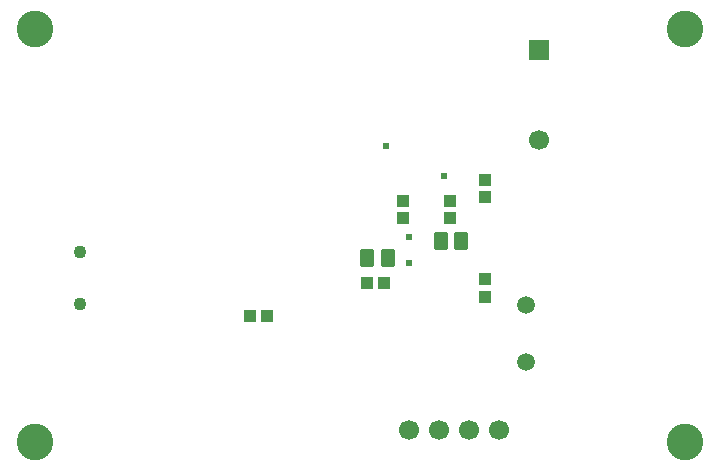
<source format=gbs>
G04*
G04 #@! TF.GenerationSoftware,Altium Limited,Altium Designer,21.0.8 (223)*
G04*
G04 Layer_Color=16711935*
%FSLAX24Y24*%
%MOIN*%
G70*
G04*
G04 #@! TF.SameCoordinates,8C0F5777-7222-4B99-86F0-090FC40BF16C*
G04*
G04*
G04 #@! TF.FilePolarity,Negative*
G04*
G01*
G75*
G04:AMPARAMS|DCode=26|XSize=41.3mil|YSize=41.3mil|CornerRadius=3.8mil|HoleSize=0mil|Usage=FLASHONLY|Rotation=180.000|XOffset=0mil|YOffset=0mil|HoleType=Round|Shape=RoundedRectangle|*
%AMROUNDEDRECTD26*
21,1,0.0413,0.0337,0,0,180.0*
21,1,0.0337,0.0413,0,0,180.0*
1,1,0.0077,-0.0168,0.0168*
1,1,0.0077,0.0168,0.0168*
1,1,0.0077,0.0168,-0.0168*
1,1,0.0077,-0.0168,-0.0168*
%
%ADD26ROUNDEDRECTD26*%
G04:AMPARAMS|DCode=27|XSize=47.2mil|YSize=59.1mil|CornerRadius=4.1mil|HoleSize=0mil|Usage=FLASHONLY|Rotation=0.000|XOffset=0mil|YOffset=0mil|HoleType=Round|Shape=RoundedRectangle|*
%AMROUNDEDRECTD27*
21,1,0.0472,0.0508,0,0,0.0*
21,1,0.0390,0.0591,0,0,0.0*
1,1,0.0083,0.0195,-0.0254*
1,1,0.0083,-0.0195,-0.0254*
1,1,0.0083,-0.0195,0.0254*
1,1,0.0083,0.0195,0.0254*
%
%ADD27ROUNDEDRECTD27*%
G04:AMPARAMS|DCode=33|XSize=41.3mil|YSize=41.3mil|CornerRadius=3.8mil|HoleSize=0mil|Usage=FLASHONLY|Rotation=90.000|XOffset=0mil|YOffset=0mil|HoleType=Round|Shape=RoundedRectangle|*
%AMROUNDEDRECTD33*
21,1,0.0413,0.0337,0,0,90.0*
21,1,0.0337,0.0413,0,0,90.0*
1,1,0.0077,0.0168,0.0168*
1,1,0.0077,0.0168,-0.0168*
1,1,0.0077,-0.0168,-0.0168*
1,1,0.0077,-0.0168,0.0168*
%
%ADD33ROUNDEDRECTD33*%
%ADD40C,0.0591*%
%ADD41C,0.0669*%
%ADD42C,0.1220*%
%ADD43C,0.0433*%
%ADD44R,0.0669X0.0669*%
%ADD45C,0.0240*%
D26*
X12589Y6313D02*
D03*
X12019D02*
D03*
X8698Y5191D02*
D03*
X8128D02*
D03*
D27*
X12048Y7121D02*
D03*
X12737D02*
D03*
X14492Y7711D02*
D03*
X15181D02*
D03*
D33*
X15975Y6419D02*
D03*
Y5848D02*
D03*
X13235Y9027D02*
D03*
Y8456D02*
D03*
X14814Y8466D02*
D03*
Y9037D02*
D03*
X15975Y9730D02*
D03*
Y9159D02*
D03*
D40*
X17324Y3656D02*
D03*
Y5577D02*
D03*
D41*
X17770Y11080D02*
D03*
X16420Y1400D02*
D03*
X15420D02*
D03*
X14420D02*
D03*
X13420D02*
D03*
D42*
X22638Y984D02*
D03*
X984Y984D02*
D03*
X22638Y14764D02*
D03*
X984D02*
D03*
D43*
X2468Y5605D02*
D03*
Y7337D02*
D03*
D44*
X17770Y14080D02*
D03*
D45*
X13420Y7835D02*
D03*
Y6980D02*
D03*
X12660Y10860D02*
D03*
X14610Y9860D02*
D03*
M02*

</source>
